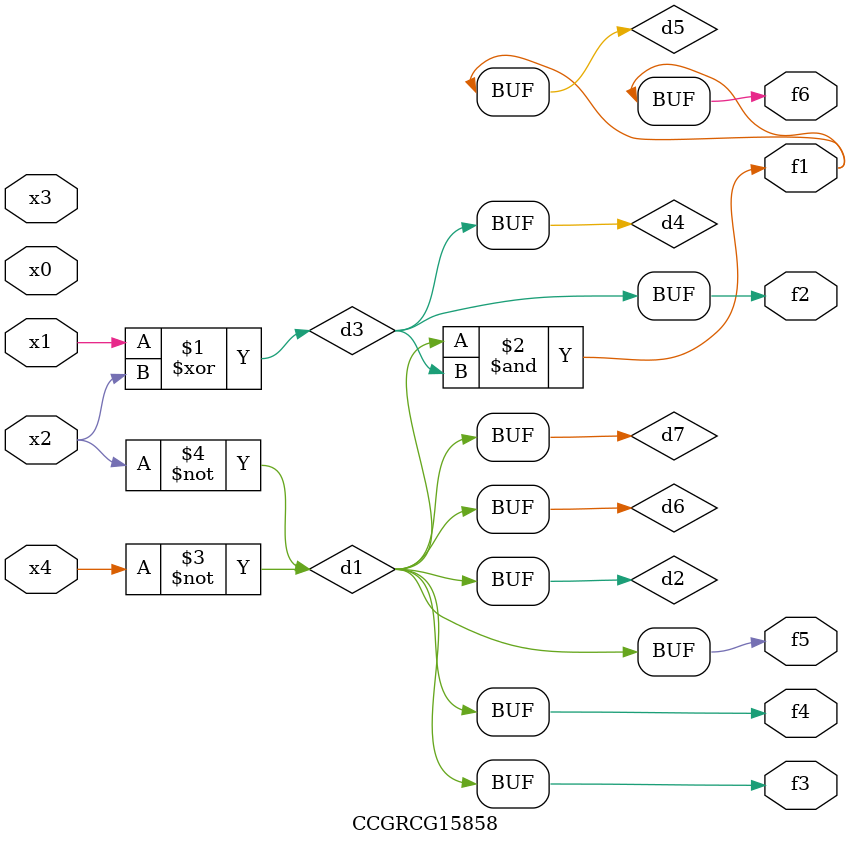
<source format=v>
module CCGRCG15858(
	input x0, x1, x2, x3, x4,
	output f1, f2, f3, f4, f5, f6
);

	wire d1, d2, d3, d4, d5, d6, d7;

	not (d1, x4);
	not (d2, x2);
	xor (d3, x1, x2);
	buf (d4, d3);
	and (d5, d1, d3);
	buf (d6, d1, d2);
	buf (d7, d2);
	assign f1 = d5;
	assign f2 = d4;
	assign f3 = d7;
	assign f4 = d7;
	assign f5 = d7;
	assign f6 = d5;
endmodule

</source>
